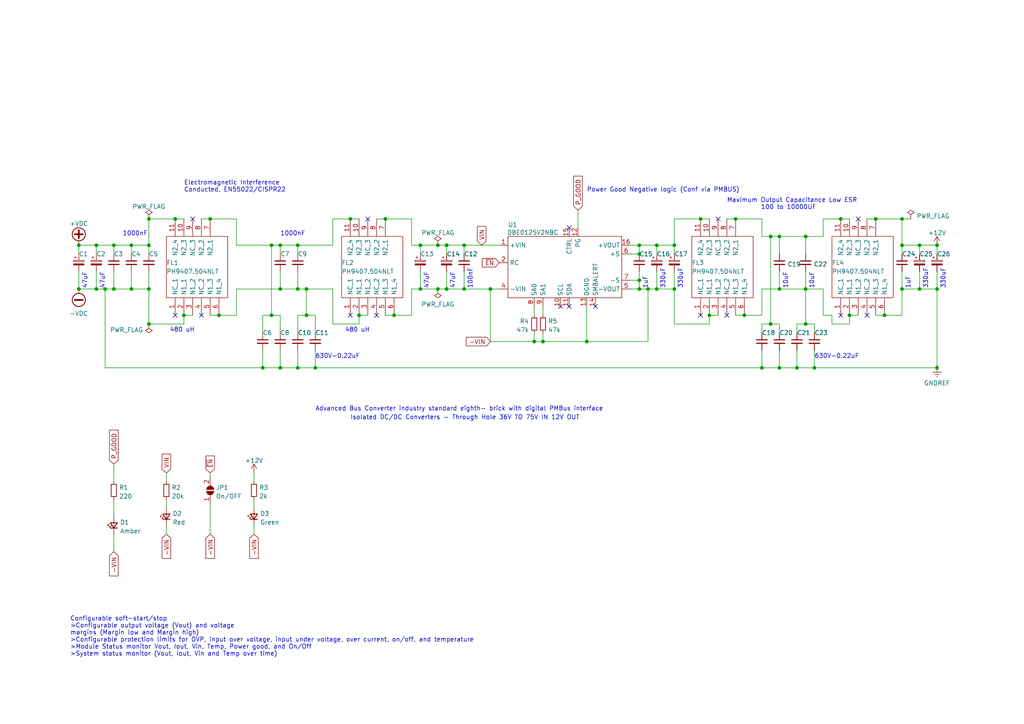
<source format=kicad_sch>
(kicad_sch (version 20211123) (generator eeschema)
  (paper "A4")
  (title_block (rev "1.1"))
  (lib_symbols
    (symbol "Device:C_Polarized_Small" (pin_numbers hide) (pin_names (offset 0.254) hide)
      (property "Reference" "C" (at 0.254 1.778 0))
      (property "Value" "C_Polarized_Small" (at 0.254 -2.032 0))
      (symbol "C_Polarized_Small_0_1"
        (rectangle (start -1.524 -0.3048) (end 1.524 -0.6858) (fill (type outline)))
        (rectangle (start -1.524 0.6858) (end 1.524 0.3048))
        (polyline (pts (xy -1.27 1.524) (xy -0.762 1.524)))
        (polyline (pts (xy -1.016 1.27) (xy -1.016 1.778)))
      )
      (symbol "C_Polarized_Small_1_1"
        (pin passive line (at 0 2.54 270) (length 1.8542) (name "~") (number "1"))
        (pin passive line (at 0 -2.54 90) (length 1.8542) (name "~") (number "2"))
      )
    )
    (symbol "Device:C_Small" (pin_numbers hide) (pin_names (offset 0.254) hide)
      (property "Reference" "C" (at 0.254 1.778 0))
      (property "Value" "C_Small" (at 0.254 -2.032 0))
      (symbol "C_Small_0_1"
        (polyline (pts (xy -1.524 -0.508) (xy 1.524 -0.508)) (stroke (width 0.3302)))
        (polyline (pts (xy -1.524 0.508) (xy 1.524 0.508)) (stroke (width 0.3048)))
      )
      (symbol "C_Small_1_1"
        (pin passive line (at 0 2.54 270) (length 2.032) (name "~") (number "1"))
        (pin passive line (at 0 -2.54 90) (length 2.032) (name "~") (number "2"))
      )
    )
    (symbol "Device:LED_Small" (pin_numbers hide) (pin_names (offset 0.254) hide)
      (property "Reference" "D" (at -1.27 3.175 0))
      (property "Value" "LED_Small" (at -4.445 -2.54 0))
      (symbol "LED_Small_0_1"
        (polyline (pts (xy -0.762 -1.016) (xy -0.762 1.016)) (stroke (width 0.254)))
        (polyline (pts (xy 1.016 0) (xy -0.762 0)))
        (polyline (pts (xy 0.762 -1.016) (xy -0.762 0) (xy 0.762 1.016) (xy 0.762 -1.016)) (stroke (width 0.254)))
        (polyline (pts (xy 0 0.762) (xy -0.508 1.27) (xy -0.254 1.27) (xy -0.508 1.27) (xy -0.508 1.016)))
        (polyline (pts (xy 0.508 1.27) (xy 0 1.778) (xy 0.254 1.778) (xy 0 1.778) (xy 0 1.524)))
      )
      (symbol "LED_Small_1_1"
        (pin passive line (at -2.54 0 0) (length 1.778) (name "K") (number "1"))
        (pin passive line (at 2.54 0 180) (length 1.778) (name "A") (number "2"))
      )
    )
    (symbol "Device:R_Small" (pin_numbers hide) (pin_names (offset 0.254) hide)
      (property "Reference" "R" (at 0.762 0.508 0))
      (property "Value" "R_Small" (at 0.762 -1.016 0))
      (symbol "R_Small_0_1"
        (rectangle (start -0.762 1.778) (end 0.762 -1.778) (stroke (width 0.2032)))
      )
      (symbol "R_Small_1_1"
        (pin passive line (at 0 2.54 270) (length 0.762) (name "~") (number "1"))
        (pin passive line (at 0 -2.54 90) (length 0.762) (name "~") (number "2"))
      )
    )
    (symbol "Jumper:SolderJumper_2_Open" (pin_names (offset 0) hide)
      (property "Reference" "JP" (at 0 2.032 0))
      (property "Value" "SolderJumper_2_Open" (at 0 -2.54 0))
      (symbol "SolderJumper_2_Open_0_1"
        (arc (start -0.254 1.016) (mid -1.27 0) (end -0.254 -1.016))
        (arc (start -0.254 1.016) (mid -1.27 0) (end -0.254 -1.016) (fill (type outline)))
        (polyline (pts (xy -0.254 1.016) (xy -0.254 -1.016)))
        (polyline (pts (xy 0.254 1.016) (xy 0.254 -1.016)))
        (arc (start 0.254 -1.016) (mid 1.27 0) (end 0.254 1.016))
        (arc (start 0.254 -1.016) (mid 1.27 0) (end 0.254 1.016) (fill (type outline)))
      )
      (symbol "SolderJumper_2_Open_1_1"
        (pin passive line (at -3.81 0 0) (length 2.54) (name "A") (number "1"))
        (pin passive line (at 3.81 0 180) (length 2.54) (name "B") (number "2"))
      )
    )
    (symbol "PH9407_504NLT:PH9407.504NLT" (pin_names (offset 0.762))
      (property "Reference" "FL" (at 24.13 7.62 0))
      (property "Value" "PH9407.504NLT" (at 24.13 5.08 0))
      (symbol "PH9407.504NLT_0_0"
        (pin passive line (at 0 0 0) (length 5.08) (name "NC_1") (number "1"))
        (pin passive line (at 27.94 -2.54 180) (length 5.08) (name "N2_3") (number "10"))
        (pin passive line (at 27.94 0 180) (length 5.08) (name "N2_4") (number "11"))
        (pin passive line (at 0 -2.54 0) (length 5.08) (name "N1_1") (number "2"))
        (pin passive line (at 0 -5.08 0) (length 5.08) (name "N1_2") (number "3"))
        (pin passive line (at 0 -7.62 0) (length 5.08) (name "NC_2") (number "4"))
        (pin passive line (at 0 -10.16 0) (length 5.08) (name "N1_3") (number "5"))
        (pin passive line (at 0 -12.7 0) (length 5.08) (name "N1_4") (number "6"))
        (pin passive line (at 27.94 -10.16 180) (length 5.08) (name "N2_1") (number "7"))
        (pin passive line (at 27.94 -7.62 180) (length 5.08) (name "N2_2") (number "8"))
        (pin passive line (at 27.94 -5.08 180) (length 5.08) (name "NC_3") (number "9"))
      )
      (symbol "PH9407.504NLT_0_1"
        (polyline (pts (xy 5.08 2.54) (xy 22.86 2.54) (xy 22.86 -15.24) (xy 5.08 -15.24) (xy 5.08 2.54)) (stroke (width 0.1524)))
      )
    )
    (symbol "dbe:DBE0125V2NBC"
      (property "Reference" "U" (at -1.27 -1.27 0))
      (property "Value" "DBE0125V2NBC" (at -1.27 -3.81 0))
      (symbol "DBE0125V2NBC_0_1"
        (rectangle (start -15.24 5.08) (end 17.78 -12.7) (stroke (width 0.1524)))
      )
      (symbol "DBE0125V2NBC_1_1"
        (pin power_in line (at -17.78 2.54 0) (length 2.54) (name "+VIN") (number "1"))
        (pin bidirectional line (at 0 -15.24 90) (length 2.54) (name "SCL") (number "10"))
        (pin bidirectional line (at 2.54 -15.24 90) (length 2.54) (name "SDA") (number "11"))
        (pin output line (at 5.08 7.62 270) (length 2.54) (name "PG") (number "12"))
        (pin input line (at 7.62 -15.24 90) (length 2.54) (name "DGND") (number "13"))
        (pin output line (at 10.16 -15.24 90) (length 2.54) (name "SMBALERT") (number "14"))
        (pin input line (at 2.54 7.62 270) (length 2.54) (name "CTRL") (number "15"))
        (pin power_out line (at 20.32 2.54 180) (length 2.54) (name "+VOUT") (number "16"))
        (pin input line (at -17.78 -2.54 0) (length 2.54) (name "RC") (number "2"))
        (pin power_in line (at -17.78 -10.16 0) (length 2.54) (name "-VIN") (number "4"))
        (pin power_out line (at 20.32 -10.16 180) (length 2.54) (name "-VOUT") (number "5"))
        (pin input line (at 20.32 0 180) (length 2.54) (name "+S") (number "6"))
        (pin input line (at 20.32 -7.62 180) (length 2.54) (name "-S") (number "7"))
        (pin passive line (at -7.62 -15.24 90) (length 2.54) (name "SA0") (number "8"))
        (pin passive line (at -5.08 -15.24 90) (length 2.54) (name "SA1") (number "9"))
      )
    )
    (symbol "power:+12V" (power) (pin_names (offset 0))
      (property "Value" "+12V" (at 0 3.556 0))
      (symbol "+12V_0_1"
        (polyline (pts (xy -0.762 1.27) (xy 0 2.54)))
        (polyline (pts (xy 0 0) (xy 0 2.54)))
        (polyline (pts (xy 0 2.54) (xy 0.762 1.27)))
      )
      (symbol "+12V_1_1"
        (pin power_in line (at 0 0 90) (length 0) hide (name "+12V") (number "1"))
      )
    )
    (symbol "power:+VDC" (power) (pin_names (offset 0))
      (property "Value" "+VDC" (at 0 6.35 0))
      (symbol "+VDC_0_1"
        (polyline (pts (xy -1.143 3.175) (xy 1.143 3.175)) (stroke (width 0.508)))
        (polyline (pts (xy 0 0) (xy 0 1.27)))
        (polyline (pts (xy 0 2.032) (xy 0 4.318)) (stroke (width 0.508)))
        (circle (center 0 3.175) (radius 1.905) (stroke (width 0.254)))
      )
      (symbol "+VDC_1_1"
        (pin power_in line (at 0 0 90) (length 0) hide (name "+VDC") (number "1"))
      )
    )
    (symbol "power:-VDC" (power) (pin_names (offset 0))
      (property "Value" "-VDC" (at 0 6.35 0))
      (symbol "-VDC_0_1"
        (polyline (pts (xy -1.143 3.175) (xy 1.143 3.175)) (stroke (width 0.508)))
        (polyline (pts (xy 0 0) (xy 0 1.27)))
        (circle (center 0 3.175) (radius 1.905) (stroke (width 0.254)))
      )
      (symbol "-VDC_1_1"
        (pin power_in line (at 0 0 90) (length 0) hide (name "-VDC") (number "1"))
      )
    )
    (symbol "power:GNDREF" (power) (pin_names (offset 0))
      (property "Value" "GNDREF" (at 0 -3.81 0))
      (symbol "GNDREF_0_1"
        (polyline (pts (xy -0.635 -1.905) (xy 0.635 -1.905)))
        (polyline (pts (xy -0.127 -2.54) (xy 0.127 -2.54)))
        (polyline (pts (xy 0 -1.27) (xy 0 0)))
        (polyline (pts (xy 1.27 -1.27) (xy -1.27 -1.27)))
      )
      (symbol "GNDREF_1_1"
        (pin power_in line (at 0 0 270) (length 0) hide (name "GNDREF") (number "1"))
      )
    )
    (symbol "power:PWR_FLAG" (power) (pin_numbers hide) (pin_names (offset 0) hide)
      (property "Value" "PWR_FLAG" (at 0 3.81 0))
      (symbol "PWR_FLAG_0_0"
        (pin power_out line (at 0 0 90) (length 0) (name "pwr") (number "1"))
      )
      (symbol "PWR_FLAG_0_1"
        (polyline (pts (xy 0 0) (xy 0 1.27) (xy -1.016 1.905) (xy 0 2.54) (xy 1.016 1.905) (xy 0 1.27)))
      )
    )
  )
  (junction (at 127 71.12))
  (junction (at 86.36 71.12))
  (junction (at 226.06 68.58))
  (junction (at 195.58 71.12))
  (junction (at 203.2 63.5))
  (junction (at 22.86 83.82))
  (junction (at 43.18 93.98))
  (junction (at 187.96 83.82))
  (junction (at 233.68 83.82))
  (junction (at 50.8 63.5))
  (junction (at 271.78 106.68))
  (junction (at 43.18 71.12))
  (junction (at 30.48 83.82))
  (junction (at 121.92 83.82))
  (junction (at 190.5 83.82))
  (junction (at 114.3 91.44))
  (junction (at 27.94 71.12))
  (junction (at 129.54 83.82))
  (junction (at 86.36 106.68))
  (junction (at 195.58 83.82))
  (junction (at 157.48 99.06))
  (junction (at 243.84 63.5))
  (junction (at 134.62 71.12))
  (junction (at 226.06 83.82))
  (junction (at 236.22 106.68))
  (junction (at 127 83.82))
  (junction (at 190.5 71.12))
  (junction (at 86.36 83.82))
  (junction (at 33.02 71.12))
  (junction (at 271.78 71.12))
  (junction (at 78.74 71.12))
  (junction (at 233.68 93.98))
  (junction (at 43.18 83.82))
  (junction (at 43.18 63.5))
  (junction (at 142.24 83.82))
  (junction (at 170.18 99.06))
  (junction (at 215.9 91.44))
  (junction (at 246.38 91.44))
  (junction (at 205.74 91.44))
  (junction (at 185.42 71.12))
  (junction (at 261.62 83.82))
  (junction (at 185.42 81.28))
  (junction (at 81.28 71.12))
  (junction (at 76.2 106.68))
  (junction (at 88.9 83.82))
  (junction (at 185.42 83.82))
  (junction (at 220.98 106.68))
  (junction (at 223.52 93.98))
  (junction (at 27.94 83.82))
  (junction (at 154.94 99.06))
  (junction (at 91.44 106.68))
  (junction (at 233.68 68.58))
  (junction (at 226.06 106.68))
  (junction (at 129.54 71.12))
  (junction (at 33.02 83.82))
  (junction (at 261.62 63.5))
  (junction (at 63.5 91.44))
  (junction (at 261.62 71.12))
  (junction (at 81.28 106.68))
  (junction (at 111.76 63.5))
  (junction (at 231.14 106.68))
  (junction (at 81.28 83.82))
  (junction (at 185.42 73.66))
  (junction (at 78.74 91.44))
  (junction (at 266.7 71.12))
  (junction (at 271.78 83.82))
  (junction (at 22.86 71.12))
  (junction (at 60.96 63.5))
  (junction (at 38.1 83.82))
  (junction (at 134.62 83.82))
  (junction (at 266.7 83.82))
  (junction (at 223.52 68.58))
  (junction (at 256.54 91.44))
  (junction (at 104.14 91.44))
  (junction (at 38.1 71.12))
  (junction (at 88.9 91.44))
  (junction (at 213.36 63.5))
  (junction (at 101.6 63.5))
  (junction (at 53.34 91.44))
  (junction (at 121.92 71.12))
  (junction (at 254 63.5))
  (no_connect (at 251.46 91.44))
  (no_connect (at 162.56 88.9))
  (no_connect (at 248.92 63.5))
  (no_connect (at 165.1 88.9))
  (no_connect (at 50.8 91.44))
  (no_connect (at 109.22 91.44))
  (no_connect (at 55.88 63.5))
  (no_connect (at 243.84 91.44))
  (no_connect (at 172.72 88.9))
  (no_connect (at 203.2 91.44))
  (no_connect (at 101.6 91.44))
  (no_connect (at 210.82 91.44))
  (no_connect (at 58.42 91.44))
  (no_connect (at 208.28 63.5))
  (no_connect (at 106.68 63.5))
  (no_connect (at 165.1 66.04))
  (wire (pts (xy 60.96 146.05) (xy 60.96 154.94)))
  (wire (pts (xy 185.42 71.12) (xy 190.5 71.12)))
  (wire (pts (xy 30.48 83.82) (xy 30.48 106.68)))
  (wire (pts (xy 142.24 83.82) (xy 142.24 99.06)))
  (wire (pts (xy 88.9 91.44) (xy 91.44 91.44)))
  (wire (pts (xy 53.34 91.44) (xy 55.88 91.44)))
  (wire (pts (xy 33.02 73.66) (xy 33.02 71.12)))
  (wire (pts (xy 223.52 93.98) (xy 226.06 93.98)))
  (wire (pts (xy 81.28 73.66) (xy 81.28 71.12)))
  (wire (pts (xy 233.68 78.74) (xy 233.68 83.82)))
  (wire (pts (xy 205.74 91.44) (xy 208.28 91.44)))
  (wire (pts (xy 134.62 83.82) (xy 142.24 83.82)))
  (wire (pts (xy 170.18 99.06) (xy 187.96 99.06)))
  (wire (pts (xy 236.22 93.98) (xy 236.22 96.52)))
  (wire (pts (xy 233.68 83.82) (xy 233.68 93.98)))
  (wire (pts (xy 33.02 83.82) (xy 33.02 78.74)))
  (wire (pts (xy 86.36 91.44) (xy 86.36 96.52)))
  (wire (pts (xy 38.1 71.12) (xy 43.18 71.12)))
  (wire (pts (xy 129.54 71.12) (xy 134.62 71.12)))
  (wire (pts (xy 129.54 83.82) (xy 134.62 83.82)))
  (wire (pts (xy 78.74 71.12) (xy 81.28 71.12)))
  (wire (pts (xy 48.26 152.4) (xy 48.26 154.94)))
  (wire (pts (xy 231.14 93.98) (xy 231.14 96.52)))
  (wire (pts (xy 205.74 93.98) (xy 205.74 91.44)))
  (wire (pts (xy 226.06 101.6) (xy 226.06 106.68)))
  (wire (pts (xy 58.42 63.5) (xy 60.96 63.5)))
  (wire (pts (xy 127 83.82) (xy 129.54 83.82)))
  (wire (pts (xy 104.14 91.44) (xy 106.68 91.44)))
  (wire (pts (xy 266.7 71.12) (xy 271.78 71.12)))
  (wire (pts (xy 271.78 71.12) (xy 271.78 73.66)))
  (wire (pts (xy 246.38 91.44) (xy 248.92 91.44)))
  (wire (pts (xy 256.54 91.44) (xy 261.62 91.44)))
  (wire (pts (xy 30.48 106.68) (xy 76.2 106.68)))
  (wire (pts (xy 111.76 91.44) (xy 114.3 91.44)))
  (wire (pts (xy 60.96 137.16) (xy 60.96 138.43)))
  (wire (pts (xy 226.06 68.58) (xy 233.68 68.58)))
  (wire (pts (xy 27.94 83.82) (xy 30.48 83.82)))
  (wire (pts (xy 213.36 91.44) (xy 215.9 91.44)))
  (wire (pts (xy 73.66 144.78) (xy 73.66 147.32)))
  (wire (pts (xy 22.86 78.74) (xy 22.86 83.82)))
  (wire (pts (xy 38.1 83.82) (xy 33.02 83.82)))
  (wire (pts (xy 266.7 83.82) (xy 271.78 83.82)))
  (wire (pts (xy 104.14 93.98) (xy 104.14 91.44)))
  (wire (pts (xy 76.2 101.6) (xy 76.2 106.68)))
  (wire (pts (xy 68.58 71.12) (xy 68.58 63.5)))
  (wire (pts (xy 195.58 71.12) (xy 190.5 71.12)))
  (wire (pts (xy 43.18 83.82) (xy 38.1 83.82)))
  (wire (pts (xy 170.18 99.06) (xy 157.48 99.06)))
  (wire (pts (xy 226.06 78.74) (xy 226.06 83.82)))
  (wire (pts (xy 185.42 78.74) (xy 185.42 81.28)))
  (wire (pts (xy 266.7 78.74) (xy 266.7 83.82)))
  (wire (pts (xy 73.66 137.16) (xy 73.66 139.7)))
  (wire (pts (xy 96.52 63.5) (xy 101.6 63.5)))
  (wire (pts (xy 73.66 152.4) (xy 73.66 154.94)))
  (wire (pts (xy 233.68 83.82) (xy 238.76 83.82)))
  (wire (pts (xy 134.62 71.12) (xy 144.78 71.12)))
  (wire (pts (xy 261.62 63.5) (xy 264.16 63.5)))
  (wire (pts (xy 43.18 93.98) (xy 53.34 93.98)))
  (wire (pts (xy 86.36 91.44) (xy 88.9 91.44)))
  (wire (pts (xy 48.26 144.78) (xy 48.26 147.32)))
  (wire (pts (xy 121.92 71.12) (xy 121.92 73.66)))
  (wire (pts (xy 238.76 68.58) (xy 238.76 63.5)))
  (wire (pts (xy 157.48 96.52) (xy 157.48 99.06)))
  (wire (pts (xy 119.38 71.12) (xy 121.92 71.12)))
  (wire (pts (xy 121.92 78.74) (xy 121.92 83.82)))
  (wire (pts (xy 81.28 78.74) (xy 81.28 83.82)))
  (wire (pts (xy 38.1 73.66) (xy 38.1 71.12)))
  (wire (pts (xy 243.84 63.5) (xy 246.38 63.5)))
  (wire (pts (xy 233.68 68.58) (xy 233.68 73.66)))
  (wire (pts (xy 238.76 63.5) (xy 243.84 63.5)))
  (wire (pts (xy 101.6 63.5) (xy 104.14 63.5)))
  (wire (pts (xy 22.86 71.12) (xy 27.94 71.12)))
  (wire (pts (xy 195.58 71.12) (xy 195.58 73.66)))
  (wire (pts (xy 33.02 154.94) (xy 33.02 160.02)))
  (wire (pts (xy 81.28 91.44) (xy 81.28 96.52)))
  (wire (pts (xy 220.98 68.58) (xy 223.52 68.58)))
  (wire (pts (xy 220.98 83.82) (xy 226.06 83.82)))
  (wire (pts (xy 187.96 83.82) (xy 190.5 83.82)))
  (wire (pts (xy 190.5 83.82) (xy 195.58 83.82)))
  (wire (pts (xy 119.38 83.82) (xy 119.38 91.44)))
  (wire (pts (xy 134.62 71.12) (xy 134.62 73.66)))
  (wire (pts (xy 121.92 83.82) (xy 127 83.82)))
  (wire (pts (xy 119.38 91.44) (xy 114.3 91.44)))
  (wire (pts (xy 220.98 63.5) (xy 220.98 68.58)))
  (wire (pts (xy 134.62 78.74) (xy 134.62 83.82)))
  (wire (pts (xy 167.64 60.96) (xy 167.64 66.04)))
  (wire (pts (xy 226.06 68.58) (xy 226.06 73.66)))
  (wire (pts (xy 96.52 71.12) (xy 96.52 63.5)))
  (wire (pts (xy 27.94 78.74) (xy 27.94 83.82)))
  (wire (pts (xy 86.36 73.66) (xy 86.36 71.12)))
  (wire (pts (xy 187.96 99.06) (xy 187.96 83.82)))
  (wire (pts (xy 86.36 83.82) (xy 86.36 78.74)))
  (wire (pts (xy 81.28 91.44) (xy 78.74 91.44)))
  (wire (pts (xy 182.88 71.12) (xy 185.42 71.12)))
  (wire (pts (xy 88.9 83.82) (xy 88.9 91.44)))
  (wire (pts (xy 27.94 71.12) (xy 33.02 71.12)))
  (wire (pts (xy 190.5 78.74) (xy 190.5 83.82)))
  (wire (pts (xy 185.42 81.28) (xy 185.42 83.82)))
  (wire (pts (xy 38.1 78.74) (xy 38.1 83.82)))
  (wire (pts (xy 261.62 83.82) (xy 266.7 83.82)))
  (wire (pts (xy 220.98 93.98) (xy 220.98 96.52)))
  (wire (pts (xy 86.36 106.68) (xy 86.36 101.6)))
  (wire (pts (xy 119.38 63.5) (xy 111.76 63.5)))
  (wire (pts (xy 129.54 71.12) (xy 129.54 73.66)))
  (wire (pts (xy 109.22 63.5) (xy 111.76 63.5)))
  (wire (pts (xy 231.14 93.98) (xy 233.68 93.98)))
  (wire (pts (xy 43.18 63.5) (xy 50.8 63.5)))
  (wire (pts (xy 190.5 73.66) (xy 190.5 71.12)))
  (wire (pts (xy 119.38 83.82) (xy 121.92 83.82)))
  (wire (pts (xy 238.76 83.82) (xy 238.76 91.44)))
  (wire (pts (xy 91.44 106.68) (xy 220.98 106.68)))
  (wire (pts (xy 22.86 71.12) (xy 22.86 73.66)))
  (wire (pts (xy 68.58 63.5) (xy 60.96 63.5)))
  (wire (pts (xy 88.9 83.82) (xy 96.52 83.82)))
  (wire (pts (xy 226.06 93.98) (xy 226.06 96.52)))
  (wire (pts (xy 154.94 96.52) (xy 154.94 99.06)))
  (wire (pts (xy 154.94 88.9) (xy 154.94 91.44)))
  (wire (pts (xy 27.94 71.12) (xy 27.94 73.66)))
  (wire (pts (xy 60.96 91.44) (xy 63.5 91.44)))
  (wire (pts (xy 241.3 93.98) (xy 246.38 93.98)))
  (wire (pts (xy 129.54 78.74) (xy 129.54 83.82)))
  (wire (pts (xy 210.82 63.5) (xy 213.36 63.5)))
  (wire (pts (xy 91.44 91.44) (xy 91.44 96.52)))
  (wire (pts (xy 241.3 91.44) (xy 241.3 93.98)))
  (wire (pts (xy 195.58 78.74) (xy 195.58 83.82)))
  (wire (pts (xy 220.98 106.68) (xy 226.06 106.68)))
  (wire (pts (xy 226.06 106.68) (xy 231.14 106.68)))
  (wire (pts (xy 195.58 71.12) (xy 195.58 63.5)))
  (wire (pts (xy 50.8 63.5) (xy 53.34 63.5)))
  (wire (pts (xy 195.58 63.5) (xy 203.2 63.5)))
  (wire (pts (xy 246.38 93.98) (xy 246.38 91.44)))
  (wire (pts (xy 271.78 106.68) (xy 271.78 83.82)))
  (wire (pts (xy 68.58 71.12) (xy 78.74 71.12)))
  (wire (pts (xy 213.36 63.5) (xy 220.98 63.5)))
  (wire (pts (xy 261.62 71.12) (xy 261.62 73.66)))
  (wire (pts (xy 43.18 73.66) (xy 43.18 71.12)))
  (wire (pts (xy 266.7 71.12) (xy 266.7 73.66)))
  (wire (pts (xy 76.2 106.68) (xy 81.28 106.68)))
  (wire (pts (xy 185.42 73.66) (xy 185.42 71.12)))
  (wire (pts (xy 91.44 106.68) (xy 91.44 101.6)))
  (wire (pts (xy 43.18 71.12) (xy 43.18 63.5)))
  (wire (pts (xy 195.58 93.98) (xy 205.74 93.98)))
  (wire (pts (xy 238.76 91.44) (xy 241.3 91.44)))
  (wire (pts (xy 254 63.5) (xy 261.62 63.5)))
  (wire (pts (xy 261.62 63.5) (xy 261.62 71.12)))
  (wire (pts (xy 68.58 83.82) (xy 81.28 83.82)))
  (wire (pts (xy 78.74 91.44) (xy 76.2 91.44)))
  (wire (pts (xy 68.58 91.44) (xy 63.5 91.44)))
  (wire (pts (xy 142.24 83.82) (xy 144.78 83.82)))
  (wire (pts (xy 271.78 78.74) (xy 271.78 83.82)))
  (wire (pts (xy 142.24 99.06) (xy 154.94 99.06)))
  (wire (pts (xy 254 91.44) (xy 256.54 91.44)))
  (wire (pts (xy 231.14 101.6) (xy 231.14 106.68)))
  (wire (pts (xy 81.28 106.68) (xy 86.36 106.68)))
  (wire (pts (xy 119.38 71.12) (xy 119.38 63.5)))
  (wire (pts (xy 121.92 71.12) (xy 127 71.12)))
  (wire (pts (xy 251.46 63.5) (xy 254 63.5)))
  (wire (pts (xy 96.52 83.82) (xy 96.52 93.98)))
  (wire (pts (xy 261.62 78.74) (xy 261.62 83.82)))
  (wire (pts (xy 88.9 83.82) (xy 86.36 83.82)))
  (wire (pts (xy 30.48 83.82) (xy 33.02 83.82)))
  (wire (pts (xy 185.42 83.82) (xy 187.96 83.82)))
  (wire (pts (xy 233.68 93.98) (xy 236.22 93.98)))
  (wire (pts (xy 220.98 93.98) (xy 223.52 93.98)))
  (wire (pts (xy 182.88 73.66) (xy 185.42 73.66)))
  (wire (pts (xy 220.98 101.6) (xy 220.98 106.68)))
  (wire (pts (xy 33.02 134.62) (xy 33.02 139.7)))
  (wire (pts (xy 231.14 106.68) (xy 236.22 106.68)))
  (wire (pts (xy 86.36 106.68) (xy 91.44 106.68)))
  (wire (pts (xy 170.18 88.9) (xy 170.18 99.06)))
  (wire (pts (xy 81.28 83.82) (xy 86.36 83.82)))
  (wire (pts (xy 48.26 137.16) (xy 48.26 139.7)))
  (wire (pts (xy 78.74 71.12) (xy 78.74 91.44)))
  (wire (pts (xy 157.48 88.9) (xy 157.48 91.44)))
  (wire (pts (xy 68.58 83.82) (xy 68.58 91.44)))
  (wire (pts (xy 81.28 71.12) (xy 86.36 71.12)))
  (wire (pts (xy 261.62 91.44) (xy 261.62 83.82)))
  (wire (pts (xy 43.18 78.74) (xy 43.18 83.82)))
  (wire (pts (xy 233.68 68.58) (xy 238.76 68.58)))
  (wire (pts (xy 81.28 106.68) (xy 81.28 101.6)))
  (wire (pts (xy 182.88 83.82) (xy 185.42 83.82)))
  (wire (pts (xy 236.22 101.6) (xy 236.22 106.68)))
  (wire (pts (xy 220.98 91.44) (xy 220.98 83.82)))
  (wire (pts (xy 86.36 71.12) (xy 96.52 71.12)))
  (wire (pts (xy 236.22 106.68) (xy 271.78 106.68)))
  (wire (pts (xy 223.52 68.58) (xy 226.06 68.58)))
  (wire (pts (xy 195.58 83.82) (xy 195.58 93.98)))
  (wire (pts (xy 203.2 63.5) (xy 205.74 63.5)))
  (wire (pts (xy 261.62 71.12) (xy 266.7 71.12)))
  (wire (pts (xy 157.48 99.06) (xy 154.94 99.06)))
  (wire (pts (xy 226.06 83.82) (xy 233.68 83.82)))
  (wire (pts (xy 223.52 68.58) (xy 223.52 93.98)))
  (wire (pts (xy 76.2 91.44) (xy 76.2 96.52)))
  (wire (pts (xy 33.02 71.12) (xy 38.1 71.12)))
  (wire (pts (xy 127 71.12) (xy 129.54 71.12)))
  (wire (pts (xy 43.18 83.82) (xy 43.18 93.98)))
  (wire (pts (xy 96.52 93.98) (xy 104.14 93.98)))
  (wire (pts (xy 215.9 91.44) (xy 220.98 91.44)))
  (wire (pts (xy 33.02 144.78) (xy 33.02 149.86)))
  (wire (pts (xy 53.34 93.98) (xy 53.34 91.44)))
  (wire (pts (xy 22.86 83.82) (xy 27.94 83.82)))
  (wire (pts (xy 182.88 81.28) (xy 185.42 81.28)))
  (text "1000nF" (at 81.28 68.58 0) (effects (font (size 1.27 1.27)) (justify left bottom)))
  (text "330uF" (at 193.04 83.82 90) (effects (font (size 1.27 1.27)) (justify left bottom)))
  (text "630V-0.22uF" (at 91.44 104.14 0) (effects (font (size 1.27 1.27)) (justify left bottom)))
  (text "Maximum Output Capacitance Low ESR\n		100 to 10000UF" (at 210.82 60.96 0) (effects (font (size 1.27 1.27)) (justify left bottom)))
  (text " 480 uH " (at 48.26 96.52 0) (effects (font (size 1.27 1.27)) (justify left bottom)))
  (text "Electromagnetic Interference\nConducted, EN55022/CISPR22" (at 53.34 55.88 0) (effects (font (size 1.27 1.27)) (justify left bottom)))
  (text "330uF" (at 269.24 83.82 90) (effects (font (size 1.27 1.27)) (justify left bottom)))
  (text "10uF" (at 236.22 83.82 90) (effects (font (size 1.27 1.27)) (justify left bottom)))
  (text "10uF" (at 228.6 83.82 90) (effects (font (size 1.27 1.27)) (justify left bottom)))
  (text "47uF" (at 132.08 83.82 90) (effects (font (size 1.27 1.27)) (justify left bottom)))
  (text "330uF" (at 274.32 83.82 90) (effects (font (size 1.27 1.27)) (justify left bottom)))
  (text "1uF" (at 187.96 83.82 90) (effects (font (size 1.27 1.27)) (justify left bottom)))
  (text "\nIsolated DC/DC Converters - Through Hole 36V TO 75V IN 12V OUT\n" (at 101.6 121.92 0) (effects (font (size 1.27 1.27)) (justify left bottom)))
  (text "100nF" (at 137.16 83.82 90) (effects (font (size 1.27 1.27)) (justify left bottom)))
  (text "Configurable soft-start/stop\n>Configurable output voltage (Vout) and voltage\nmargins (Margin low and Margin high)\n>Configurable protection limits for OVP, input over voltage, input under voltage, over current, on/off, and temperature\n>Module Status monitor Vout, Iout, Vin, Temp, Power good, and On/Off\n>System status monitor (Vout, Iout, Vin and Temp over time)" (at 20.32 190.5 0) (effects (font (size 1.27 1.27)) (justify left bottom)))
  (text "630V-0.22uF" (at 236.22 104.14 0) (effects (font (size 1.27 1.27)) (justify left bottom)))
  (text "Power Good Negative logic (Conf via PMBUS)" (at 170.18 55.88 0) (effects (font (size 1.27 1.27)) (justify left bottom)))
  (text "47uF" (at 25.4 83.82 90) (effects (font (size 1.27 1.27)) (justify left bottom)))
  (text "47uF" (at 30.48 83.82 90) (effects (font (size 1.27 1.27)) (justify left bottom)))
  (text "1uF" (at 264.16 83.82 90) (effects (font (size 1.27 1.27)) (justify left bottom)))
  (text " 480 uH " (at 99.06 96.52 0) (effects (font (size 1.27 1.27)) (justify left bottom)))
  (text "330uF" (at 198.12 83.82 90) (effects (font (size 1.27 1.27)) (justify left bottom)))
  (text "47uF" (at 124.46 83.82 90) (effects (font (size 1.27 1.27)) (justify left bottom)))
  (text "1000nF" (at 35.56 68.58 0) (effects (font (size 1.27 1.27)) (justify left bottom)))
  (text "Advanced Bus Converter industry standard eighth- brick with digital PMBus interface" (at 91.44 119.38 0) (effects (font (size 1.27 1.27)) (justify left bottom)))
  (global_label "-VIN" (shape input) (at 48.26 154.94 270) (property "Intersheet References" "${INTERSHEET_REFS}" (effects hide)))
  (global_label "-VIN" (shape input) (at 73.66 154.94 270) (property "Intersheet References" "${INTERSHEET_REFS}" (effects hide)))
  (global_label "-VIN" (shape input) (at 142.24 99.06 180) (property "Intersheet References" "${INTERSHEET_REFS}" (effects hide)))
  (global_label "P_GOOD" (shape input) (at 167.64 60.96 90) (property "Intersheet References" "${INTERSHEET_REFS}" (effects hide)))
  (global_label "-VIN" (shape input) (at 33.02 160.02 270) (property "Intersheet References" "${INTERSHEET_REFS}" (effects hide)))
  (global_label "-VIN" (shape input) (at 60.96 154.94 270) (property "Intersheet References" "${INTERSHEET_REFS}" (effects hide)))
  (global_label "~{EN}" (shape input) (at 60.96 137.16 90) (property "Intersheet References" "${INTERSHEET_REFS}" (effects hide)))
  (global_label "~{EN}" (shape input) (at 144.78 76.2 180) (property "Intersheet References" "${INTERSHEET_REFS}" (effects hide)))
  (global_label "VIN" (shape input) (at 48.26 137.16 90) (property "Intersheet References" "${INTERSHEET_REFS}" (effects hide)))
  (global_label "P_GOOD" (shape input) (at 33.02 134.62 90) (property "Intersheet References" "${INTERSHEET_REFS}" (effects hide)))
  (global_label "VIN" (shape input) (at 139.7 71.12 90) (property "Intersheet References" "${INTERSHEET_REFS}" (effects hide)))
  (symbol (lib_id "Device:C_Polarized_Small") (at 266.7 76.2 0) (unit 1)
    (property "Reference" "C25" (at 266.7 73.66 0) (effects (justify left)))
    (property "Value" "865080453014" (effects hide))
    (property "Footprint" "Capacitor_SMD:CP_Elec_8x10.5" (effects hide))
  )
  (symbol (lib_id "Device:C_Small") (at 76.2 99.06 0) (unit 1)
    (property "Reference" "C6" (at 76.2 96.52 0) (effects (justify left)))
    (property "Value" "GRM55DR72J224KW01L" (effects hide))
    (property "Footprint" "Capacitor_SMD:C_2220_5650Metric_Pad1.97x5.40mm_HandSolder" (effects hide))
  )
  (symbol (lib_id "Device:C_Polarized_Small") (at 27.94 76.2 0) (unit 1)
    (property "Reference" "C2" (at 27.94 73.66 0) (effects (justify left)))
    (property "Value" "865060857005" (effects hide))
    (property "Footprint" "Capacitor_SMD:CP_Elec_10x10.5" (effects hide))
  )
  (symbol (lib_id "PH9407_504NLT:PH9407.504NLT") (at 101.6 91.44 90) (unit 1)
    (property "Reference" "FL2" (at 99.06 76.2 90) (effects (justify right)))
    (property "Value" "PH9407.504NLT" (at 99.06 78.74 90) (effects (justify right)))
    (property "Footprint" "PH9407_504NLT:PH9407_504NLT" (effects hide))
    (property "Datasheet" "https://productfinder.pulseelectronics.com/api/open/part-attachments/datasheet/ph9408.164nlt" (effects hide))
    (property "Description" "Common Mode Chokes / Filters 480uH 10A PlanarER19 7.8mOhms" (effects hide))
    (property "Height" "16.9" (effects hide))
    (property "Mouser Part Number" "673-PH9407.504NLT" (effects hide))
    (property "Mouser Price/Stock" "https://www.mouser.co.uk/ProductDetail/Pulse-Electronics/PH9407.504NLT?qs=iLbezkQI%252BsgxeX8XGBtnFA%3D%3D" (effects hide))
    (property "Manufacturer_Name" "Pulse" (effects hide))
    (property "Manufacturer_Part_Number" "PH9407.504NLT" (effects hide))
  )
  (symbol (lib_id "Device:C_Small") (at 185.42 76.2 0) (unit 1)
    (property "Reference" "C15" (at 185.42 73.66 0) (effects (justify left)))
    (property "Value" "GCM21BR7YA105KA5L" (effects hide))
    (property "Footprint" "Capacitor_SMD:C_1206_3216Metric_Pad1.33x1.80mm_HandSolder" (effects hide))
  )
  (symbol (lib_id "Device:C_Polarized_Small") (at 121.92 76.2 0) (unit 1)
    (property "Reference" "C13" (at 121.92 73.66 0) (effects (justify left)))
    (property "Value" "865060857005" (effects hide))
    (property "Footprint" "Capacitor_SMD:CP_Elec_10x10.5" (effects hide))
  )
  (symbol (lib_id "Device:C_Small") (at 38.1 76.2 0) (unit 1)
    (property "Reference" "C4" (at 38.1 73.66 0) (effects (justify left)))
    (property "Value" "GRM32ER72A105KA01L" (effects hide))
    (property "Footprint" "Capacitor_SMD:C_1210_3225Metric_Pad1.33x2.70mm_HandSolder" (effects hide))
  )
  (symbol (lib_id "Device:LED_Small") (at 33.02 152.4 90) (unit 1)
    (property "Reference" "D1" (at 34.798 151.5018 90) (effects (justify right)))
    (property "Value" "Amber" (at 34.798 154.0387 90) (effects (justify right)))
    (property "Footprint" "LED_SMD:LED_0603_1608Metric_Pad1.05x0.95mm_HandSolder" (effects hide))
  )
  (symbol (lib_id "power:PWR_FLAG") (at 127 71.12 0) (unit 1)
    (property "Reference" "#FLG03" (effects hide))
    (property "Value" "PWR_FLAG" (at 127 67.5442 0))
  )
  (symbol (lib_id "Device:R_Small") (at 33.02 142.24 0) (unit 1)
    (property "Reference" "R1" (at 34.5186 141.4053 0) (effects (justify left)))
    (property "Value" "220" (at 34.5186 143.9422 0) (effects (justify left)))
    (property "Footprint" "Resistor_SMD:R_0805_2012Metric_Pad1.20x1.40mm_HandSolder" (effects hide))
  )
  (symbol (lib_id "power:+VDC") (at 22.86 71.12 0) (unit 1)
    (property "Reference" "#PWR01" (effects hide))
    (property "Value" "+VDC" (at 22.86 64.8772 0))
  )
  (symbol (lib_id "Device:C_Small") (at 91.44 99.06 0) (unit 1)
    (property "Reference" "C11" (at 91.44 96.52 0) (effects (justify left)))
    (property "Value" "GRM55DR72J224KW01L" (effects hide))
    (property "Footprint" "Capacitor_SMD:C_2220_5650Metric_Pad1.97x5.40mm_HandSolder" (effects hide))
  )
  (symbol (lib_id "Device:R_Small") (at 154.94 93.98 0) (unit 1)
    (property "Reference" "R4" (at 153.4415 93.1453 0) (effects (justify right)))
    (property "Value" "47k" (at 153.4415 95.6822 0) (effects (justify right)))
    (property "Footprint" "Resistor_SMD:R_0805_2012Metric_Pad1.20x1.40mm_HandSolder" (effects hide))
  )
  (symbol (lib_id "Device:C_Small") (at 261.62 76.2 0) (unit 1)
    (property "Reference" "C24" (at 261.62 73.66 0) (effects (justify left)))
    (property "Value" "GCM21BR7YA105KA5L" (effects hide))
    (property "Footprint" "Capacitor_SMD:C_1210_3225Metric_Pad1.33x2.70mm_HandSolder" (effects hide))
  )
  (symbol (lib_id "Device:C_Small") (at 81.28 76.2 0) (unit 1)
    (property "Reference" "C7" (at 81.28 73.66 0) (effects (justify left)))
    (property "Value" "GRM32ER72A105KA01L" (effects hide))
    (property "Footprint" "Capacitor_SMD:C_1210_3225Metric_Pad1.33x2.70mm_HandSolder" (effects hide))
  )
  (symbol (lib_id "Device:C_Small") (at 226.06 76.2 0) (unit 1)
    (property "Reference" "C19" (at 228.3841 76.6401 0) (effects (justify left)))
    (property "Value" "GJ832ER7YA106KA2L" (effects hide))
    (property "Footprint" "Capacitor_SMD:C_1210_3225Metric_Pad1.33x2.70mm_HandSolder" (effects hide))
  )
  (symbol (lib_id "power:+12V") (at 73.66 137.16 0) (unit 1)
    (property "Reference" "#PWR03" (effects hide))
    (property "Value" "+12V" (at 73.66 133.5842 0))
  )
  (symbol (lib_id "Device:C_Small") (at 233.68 76.2 0) (unit 1)
    (property "Reference" "C22" (at 236.0041 76.6401 0) (effects (justify left)))
    (property "Value" "GJ832ER7YA106KA2L" (effects hide))
    (property "Footprint" "Capacitor_SMD:C_1210_3225Metric_Pad1.33x2.70mm_HandSolder" (effects hide))
  )
  (symbol (lib_id "PH9407_504NLT:PH9407.504NLT") (at 243.84 91.44 90) (unit 1)
    (property "Reference" "FL4" (at 241.3 76.2 90) (effects (justify right)))
    (property "Value" "PH9407.504NLT" (at 241.3 78.74 90) (effects (justify right)))
    (property "Footprint" "PH9407_504NLT:PH9407_504NLT" (effects hide))
    (property "Datasheet" "https://productfinder.pulseelectronics.com/api/open/part-attachments/datasheet/ph9408.164nlt" (effects hide))
    (property "Description" "Common Mode Chokes / Filters 480uH 10A PlanarER19 7.8mOhms" (effects hide))
    (property "Height" "16.9" (effects hide))
    (property "Mouser Part Number" "673-PH9407.504NLT" (effects hide))
    (property "Mouser Price/Stock" "https://www.mouser.co.uk/ProductDetail/Pulse-Electronics/PH9407.504NLT?qs=iLbezkQI%252BsgxeX8XGBtnFA%3D%3D" (effects hide))
    (property "Manufacturer_Name" "Pulse" (effects hide))
    (property "Manufacturer_Part_Number" "PH9407.504NLT" (effects hide))
  )
  (symbol (lib_id "Device:C_Small") (at 86.36 76.2 0) (unit 1)
    (property "Reference" "C9" (at 86.36 73.66 0) (effects (justify left)))
    (property "Value" "GRM32ER72A105KA01L" (effects hide))
    (property "Footprint" "Capacitor_SMD:C_1210_3225Metric_Pad1.33x2.70mm_HandSolder" (effects hide))
  )
  (symbol (lib_id "PH9407_504NLT:PH9407.504NLT") (at 203.2 91.44 90) (unit 1)
    (property "Reference" "FL3" (at 200.66 76.2 90) (effects (justify right)))
    (property "Value" "PH9407.504NLT" (at 200.66 78.74 90) (effects (justify right)))
    (property "Footprint" "PH9407_504NLT:PH9407_504NLT" (effects hide))
    (property "Datasheet" "https://productfinder.pulseelectronics.com/api/open/part-attachments/datasheet/ph9408.164nlt" (effects hide))
    (property "Description" "Common Mode Chokes / Filters 480uH 10A PlanarER19 7.8mOhms" (effects hide))
    (property "Height" "16.9" (effects hide))
    (property "Mouser Part Number" "673-PH9407.504NLT" (effects hide))
    (property "Mouser Price/Stock" "https://www.mouser.co.uk/ProductDetail/Pulse-Electronics/PH9407.504NLT?qs=iLbezkQI%252BsgxeX8XGBtnFA%3D%3D" (effects hide))
    (property "Manufacturer_Name" "Pulse" (effects hide))
    (property "Manufacturer_Part_Number" "PH9407.504NLT" (effects hide))
  )
  (symbol (lib_id "Device:C_Polarized_Small") (at 271.78 76.2 0) (unit 1)
    (property "Reference" "C26" (at 271.78 73.66 0) (effects (justify left)))
    (property "Value" "865080453014" (effects hide))
    (property "Footprint" "Capacitor_SMD:CP_Elec_8x10.5" (effects hide))
  )
  (symbol (lib_id "power:PWR_FLAG") (at 43.18 63.5 0) (unit 1)
    (property "Reference" "#FLG01" (effects hide))
    (property "Value" "PWR_FLAG" (at 43.18 59.9242 0))
  )
  (symbol (lib_id "Device:R_Small") (at 48.26 142.24 0) (unit 1)
    (property "Reference" "R2" (at 49.7586 141.4053 0) (effects (justify left)))
    (property "Value" "20k" (at 49.7586 143.9422 0) (effects (justify left)))
    (property "Footprint" "Resistor_SMD:R_0805_2012Metric_Pad1.20x1.40mm_HandSolder" (effects hide))
  )
  (symbol (lib_id "Device:C_Small") (at 43.18 76.2 0) (unit 1)
    (property "Reference" "C5" (at 43.18 73.66 0) (effects (justify left)))
    (property "Value" "GRM32ER72A105KA01L" (effects hide))
    (property "Footprint" "Capacitor_SMD:C_1210_3225Metric_Pad1.33x2.70mm_HandSolder" (effects hide))
  )
  (symbol (lib_id "Device:R_Small") (at 73.66 142.24 180) (unit 1)
    (property "Reference" "R3" (at 75.1586 141.4053 0) (effects (justify right)))
    (property "Value" "2k" (at 75.1586 143.9422 0) (effects (justify right)))
    (property "Footprint" "Resistor_SMD:R_0805_2012Metric_Pad1.20x1.40mm_HandSolder" (effects hide))
  )
  (symbol (lib_id "power:+12V") (at 271.78 71.12 0) (unit 1)
    (property "Reference" "#PWR04" (effects hide))
    (property "Value" "+12V" (at 271.78 67.5442 0))
  )
  (symbol (lib_id "Device:LED_Small") (at 48.26 149.86 90) (unit 1)
    (property "Reference" "D2" (at 50.038 148.9618 90) (effects (justify right)))
    (property "Value" "Red" (at 50.038 151.4987 90) (effects (justify right)))
    (property "Footprint" "LED_SMD:LED_0603_1608Metric_Pad1.05x0.95mm_HandSolder" (effects hide))
  )
  (symbol (lib_id "Device:C_Small") (at 226.06 99.06 0) (unit 1)
    (property "Reference" "C20" (at 226.06 96.52 0) (effects (justify left)))
    (property "Value" "GRM55DR72J224KW01L" (effects hide))
    (property "Footprint" "Capacitor_SMD:C_2220_5650Metric_Pad1.97x5.40mm_HandSolder" (effects hide))
  )
  (symbol (lib_id "Device:C_Small") (at 236.22 99.06 0) (unit 1)
    (property "Reference" "C23" (at 236.22 96.52 0) (effects (justify left)))
    (property "Value" "GRM55DR72J224KW01L" (effects hide))
    (property "Footprint" "Capacitor_SMD:C_2220_5650Metric_Pad1.97x5.40mm_HandSolder" (effects hide))
  )
  (symbol (lib_id "power:-VDC") (at 22.86 83.82 180) (unit 1)
    (property "Reference" "#PWR02" (effects hide))
    (property "Value" "-VDC" (at 22.86 90.9304 0))
  )
  (symbol (lib_id "Device:C_Small") (at 81.28 99.06 0) (unit 1)
    (property "Reference" "C8" (at 81.28 96.52 0) (effects (justify left)))
    (property "Value" "GRM55DR72J224KW01L" (effects hide))
    (property "Footprint" "Capacitor_SMD:C_2220_5650Metric_Pad1.97x5.40mm_HandSolder" (effects hide))
  )
  (symbol (lib_id "Jumper:SolderJumper_2_Open") (at 60.96 142.24 90) (unit 1)
    (property "Reference" "JP1" (at 62.611 141.4053 90) (effects (justify right)))
    (property "Value" "On/OFF" (at 62.611 143.9422 90) (effects (justify right)))
    (property "Footprint" "Jumper:SolderJumper-2_P1.3mm_Open_Pad1.0x1.5mm" (effects hide))
  )
  (symbol (lib_id "Device:C_Small") (at 231.14 99.06 0) (unit 1)
    (property "Reference" "C21" (at 231.14 96.52 0) (effects (justify left)))
    (property "Value" "GRM55DR72J224KW01L" (effects hide))
    (property "Footprint" "Capacitor_SMD:C_2220_5650Metric_Pad1.97x5.40mm_HandSolder" (effects hide))
  )
  (symbol (lib_id "Device:C_Polarized_Small") (at 190.5 76.2 0) (unit 1)
    (property "Reference" "C16" (at 190.5 73.66 0) (effects (justify left)))
    (property "Value" "865080453014" (effects hide))
    (property "Footprint" "Capacitor_SMD:CP_Elec_8x10.5" (effects hide))
  )
  (symbol (lib_id "dbe:DBE0125V2NBC") (at 162.56 73.66 0) (unit 1)
    (property "Reference" "U1" (at 147.32 65.151 0) (effects (justify left)))
    (property "Value" "DBE0125V2NBC" (at 147.066 67.437 0) (effects (justify left)))
    (property "Footprint" "dbe:DBE0125V2NBC" (effects hide))
  )
  (symbol (lib_id "Device:R_Small") (at 157.48 93.98 0) (unit 1)
    (property "Reference" "R5" (at 158.9786 93.1453 0) (effects (justify left)))
    (property "Value" "47k" (at 158.9786 95.6822 0) (effects (justify left)))
    (property "Footprint" "Resistor_SMD:R_0805_2012Metric_Pad1.20x1.40mm_HandSolder" (effects hide))
  )
  (symbol (lib_id "Device:LED_Small") (at 73.66 149.86 90) (unit 1)
    (property "Reference" "D3" (at 75.438 148.9618 90) (effects (justify right)))
    (property "Value" "Green" (at 75.438 151.4987 90) (effects (justify right)))
    (property "Footprint" "LED_SMD:LED_0603_1608Metric_Pad1.05x0.95mm_HandSolder" (effects hide))
  )
  (symbol (lib_id "Device:C_Small") (at 134.62 76.2 0) (unit 1)
    (property "Reference" "C12" (at 134.62 73.66 0) (effects (justify left)))
    (property "Value" "GRM319R72A104KA01D" (effects hide))
    (property "Footprint" "Capacitor_SMD:C_1206_3216Metric_Pad1.33x1.80mm_HandSolder" (effects hide))
  )
  (symbol (lib_id "power:GNDREF") (at 271.78 106.68 0) (unit 1)
    (property "Reference" "#PWR05" (effects hide))
    (property "Value" "GNDREF" (at 271.78 111.1234 0))
  )
  (symbol (lib_id "power:PWR_FLAG") (at 43.18 93.98 180) (unit 1)
    (property "Reference" "#FLG02" (effects hide))
    (property "Value" "PWR_FLAG" (at 41.5291 95.6838 0) (effects (justify left)))
  )
  (symbol (lib_id "Device:C_Small") (at 220.98 99.06 0) (unit 1)
    (property "Reference" "C18" (at 220.98 96.52 0) (effects (justify left)))
    (property "Value" "GRM55DR72J224KW01L" (effects hide))
    (property "Footprint" "Capacitor_SMD:C_2220_5650Metric_Pad1.97x5.40mm_HandSolder" (effects hide))
  )
  (symbol (lib_id "Device:C_Polarized_Small") (at 195.58 76.2 0) (unit 1)
    (property "Reference" "C17" (at 195.58 73.66 0) (effects (justify left)))
    (property "Value" "865080453014" (effects hide))
    (property "Footprint" "Capacitor_SMD:CP_Elec_8x10.5" (effects hide))
  )
  (symbol (lib_id "Device:C_Small") (at 86.36 99.06 0) (unit 1)
    (property "Reference" "C10" (at 86.36 96.52 0) (effects (justify left)))
    (property "Value" "GRM55DR72J224KW01L" (effects hide))
    (property "Footprint" "Capacitor_SMD:C_2220_5650Metric_Pad1.97x5.40mm_HandSolder" (effects hide))
  )
  (symbol (lib_id "power:PWR_FLAG") (at 127 83.82 180) (unit 1)
    (property "Reference" "#FLG04" (effects hide))
    (property "Value" "PWR_FLAG" (at 127 88.2634 0))
  )
  (symbol (lib_id "Device:C_Small") (at 33.02 76.2 0) (unit 1)
    (property "Reference" "C3" (at 33.02 73.66 0) (effects (justify left)))
    (property "Value" "GRM32ER72A105KA01L" (effects hide))
    (property "Footprint" "Capacitor_SMD:C_1210_3225Metric_Pad1.33x2.70mm_HandSolder" (effects hide))
  )
  (symbol (lib_id "Device:C_Polarized_Small") (at 22.86 76.2 0) (unit 1)
    (property "Reference" "C1" (at 22.86 73.66 0) (effects (justify left)))
    (property "Value" "865080453014" (effects hide))
    (property "Footprint" "Capacitor_SMD:CP_Elec_10x10.5" (effects hide))
  )
  (symbol (lib_id "power:PWR_FLAG") (at 264.16 63.5 0) (unit 1)
    (property "Reference" "#FLG05" (effects hide))
    (property "Value" "PWR_FLAG" (at 265.811 62.6638 0) (effects (justify left)))
  )
  (symbol (lib_id "PH9407_504NLT:PH9407.504NLT") (at 50.8 91.44 90) (unit 1)
    (property "Reference" "FL1" (at 48.26 76.2 90) (effects (justify right)))
    (property "Value" "PH9407.504NLT" (at 48.26 78.74 90) (effects (justify right)))
    (property "Footprint" "PH9407_504NLT:PH9407_504NLT" (effects hide))
    (property "Datasheet" "https://productfinder.pulseelectronics.com/api/open/part-attachments/datasheet/ph9408.164nlt" (effects hide))
    (property "Description" "Common Mode Chokes / Filters 480uH 10A PlanarER19 7.8mOhms" (effects hide))
    (property "Height" "16.9" (effects hide))
    (property "Mouser Part Number" "673-PH9407.504NLT" (effects hide))
    (property "Mouser Price/Stock" "https://www.mouser.co.uk/ProductDetail/Pulse-Electronics/PH9407.504NLT?qs=iLbezkQI%252BsgxeX8XGBtnFA%3D%3D" (effects hide))
    (property "Manufacturer_Name" "Pulse" (effects hide))
    (property "Manufacturer_Part_Number" "PH9407.504NLT" (effects hide))
  )
  (symbol (lib_id "Device:C_Polarized_Small") (at 129.54 76.2 0) (unit 1)
    (property "Reference" "C14" (at 129.54 73.66 0) (effects (justify left)))
    (property "Value" "865060857005" (effects hide))
    (property "Footprint" "Capacitor_SMD:CP_Elec_10x10.5" (effects hide))
  )
)
</source>
